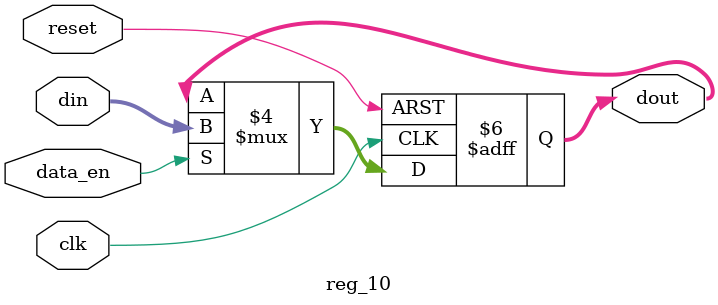
<source format=sv>
module reg_10 (
    input clk,
    input reset,
    input data_en,
    input [9:0] din,
    output reg [9:0] dout
  );
  always @(posedge clk or negedge reset)
  begin
    if(!reset)
    begin
      dout<= 10'h00;
    end
    else
      if(data_en)
      begin
        dout <=din;
      end
      else
        dout <= dout;
  end
endmodule
`default_nettype wire

</source>
